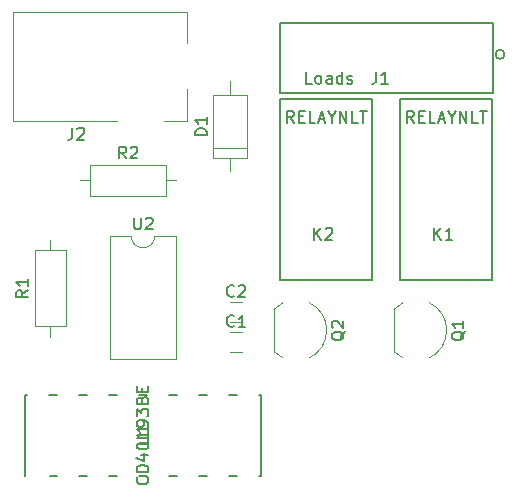
<source format=gto>
G04 #@! TF.GenerationSoftware,KiCad,Pcbnew,(5.0.0-rc2-dev-720-g9704891c8)*
G04 #@! TF.CreationDate,2018-06-11T17:06:42-04:00*
G04 #@! TF.ProjectId,HeadboardDriver,48656164626F6172644472697665722E,rev?*
G04 #@! TF.SameCoordinates,Original*
G04 #@! TF.FileFunction,Legend,Top*
G04 #@! TF.FilePolarity,Positive*
%FSLAX46Y46*%
G04 Gerber Fmt 4.6, Leading zero omitted, Abs format (unit mm)*
G04 Created by KiCad (PCBNEW (5.0.0-rc2-dev-720-g9704891c8)) date Mon Jun 11 17:06:42 2018*
%MOMM*%
%LPD*%
G01*
G04 APERTURE LIST*
%ADD10C,0.152400*%
%ADD11C,0.120000*%
%ADD12C,0.150000*%
G04 APERTURE END LIST*
D10*
X164655500Y-108839000D02*
X164655500Y-101981000D01*
X164655500Y-101981000D02*
X164479383Y-101981000D01*
X144716500Y-101981000D02*
X144716500Y-108839000D01*
X146776440Y-108839000D02*
X147432617Y-108839000D01*
X149239383Y-108839000D02*
X149972617Y-108839000D01*
X151779383Y-108839000D02*
X152512617Y-108839000D01*
X154319383Y-108839000D02*
X155052617Y-108839000D01*
X156859383Y-108839000D02*
X157592617Y-108839000D01*
X159399383Y-108839000D02*
X160132617Y-108839000D01*
X161939383Y-108839000D02*
X162672617Y-108839000D01*
X164479383Y-108839000D02*
X164655500Y-108839000D01*
X162672617Y-101981000D02*
X161939383Y-101981000D01*
X160132617Y-101981000D02*
X159399383Y-101981000D01*
X157592617Y-101981000D02*
X156859383Y-101981000D01*
X155052617Y-101981000D02*
X154319383Y-101981000D01*
X152512617Y-101981000D02*
X151779383Y-101981000D01*
X149972617Y-101981000D02*
X149239383Y-101981000D01*
X147432617Y-101981000D02*
X146699383Y-101981000D01*
X144892617Y-101981000D02*
X144716500Y-101981000D01*
X184277000Y-70485000D02*
X166243000Y-70485000D01*
X166243000Y-70485000D02*
X166243000Y-76454000D01*
X166243000Y-76454000D02*
X184277000Y-76454000D01*
X184277000Y-76454000D02*
X184277000Y-70485000D01*
X185293000Y-73152000D02*
G75*
G03X185293000Y-73152000I-381000J0D01*
G01*
D11*
X152480000Y-78768000D02*
X143680000Y-78768000D01*
X143680000Y-78768000D02*
X143680000Y-69568000D01*
X158380000Y-76068000D02*
X158380000Y-78768000D01*
X158380000Y-78768000D02*
X156480000Y-78768000D01*
X143680000Y-69568000D02*
X158380000Y-69568000D01*
X158380000Y-69568000D02*
X158380000Y-72168000D01*
X162060000Y-95846000D02*
X163060000Y-95846000D01*
X163060000Y-94146000D02*
X162060000Y-94146000D01*
X163060000Y-96686000D02*
X162060000Y-96686000D01*
X162060000Y-98386000D02*
X163060000Y-98386000D01*
X160642000Y-81908000D02*
X163462000Y-81908000D01*
X163462000Y-81908000D02*
X163462000Y-76588000D01*
X163462000Y-76588000D02*
X160642000Y-76588000D01*
X160642000Y-76588000D02*
X160642000Y-81908000D01*
X162052000Y-83048000D02*
X162052000Y-81908000D01*
X162052000Y-75448000D02*
X162052000Y-76588000D01*
X160642000Y-81068000D02*
X163462000Y-81068000D01*
X153686000Y-88526000D02*
X151916000Y-88526000D01*
X151916000Y-88526000D02*
X151916000Y-98926000D01*
X151916000Y-98926000D02*
X157456000Y-98926000D01*
X157456000Y-98926000D02*
X157456000Y-88526000D01*
X157456000Y-88526000D02*
X155686000Y-88526000D01*
X155686000Y-88526000D02*
G75*
G02X153686000Y-88526000I-1000000J0D01*
G01*
D10*
X174053500Y-92227400D02*
X174053500Y-76962000D01*
X166306500Y-92227400D02*
X174053500Y-92227400D01*
X166306500Y-76962000D02*
X166306500Y-92227400D01*
X174053500Y-76962000D02*
X166306500Y-76962000D01*
X184213500Y-76962000D02*
X176466500Y-76962000D01*
X176466500Y-76962000D02*
X176466500Y-92227400D01*
X176466500Y-92227400D02*
X184213500Y-92227400D01*
X184213500Y-92227400D02*
X184213500Y-76962000D01*
D11*
X157516000Y-83820000D02*
X156626000Y-83820000D01*
X149316000Y-83820000D02*
X150206000Y-83820000D01*
X156626000Y-82510000D02*
X150206000Y-82510000D01*
X156626000Y-85130000D02*
X156626000Y-82510000D01*
X150206000Y-85130000D02*
X156626000Y-85130000D01*
X150206000Y-82510000D02*
X150206000Y-85130000D01*
X145502000Y-96174000D02*
X148122000Y-96174000D01*
X148122000Y-96174000D02*
X148122000Y-89754000D01*
X148122000Y-89754000D02*
X145502000Y-89754000D01*
X145502000Y-89754000D02*
X145502000Y-96174000D01*
X146812000Y-97064000D02*
X146812000Y-96174000D01*
X146812000Y-88864000D02*
X146812000Y-89754000D01*
X166517205Y-98844184D02*
G75*
G02X165790000Y-98320000I1122795J2324184D01*
G01*
X168738807Y-98876400D02*
G75*
G03X170240000Y-96520000I-1098807J2356400D01*
G01*
X168738807Y-94163600D02*
G75*
G02X170240000Y-96520000I-1098807J-2356400D01*
G01*
X166517205Y-94195816D02*
G75*
G03X165790000Y-94720000I1122795J-2324184D01*
G01*
X165790000Y-94720000D02*
X165790000Y-98320000D01*
X175950000Y-94720000D02*
X175950000Y-98320000D01*
X176677205Y-94195816D02*
G75*
G03X175950000Y-94720000I1122795J-2324184D01*
G01*
X178898807Y-94163600D02*
G75*
G02X180400000Y-96520000I-1098807J-2356400D01*
G01*
X178898807Y-98876400D02*
G75*
G03X180400000Y-96520000I-1098807J2356400D01*
G01*
X176677205Y-98844184D02*
G75*
G02X175950000Y-98320000I1122795J2324184D01*
G01*
D12*
X154138380Y-106171904D02*
X154947904Y-106171904D01*
X155043142Y-106124285D01*
X155090761Y-106076666D01*
X155138380Y-105981428D01*
X155138380Y-105790952D01*
X155090761Y-105695714D01*
X155043142Y-105648095D01*
X154947904Y-105600476D01*
X154138380Y-105600476D01*
X155138380Y-104600476D02*
X155138380Y-105171904D01*
X155138380Y-104886190D02*
X154138380Y-104886190D01*
X154281238Y-104981428D01*
X154376476Y-105076666D01*
X154424095Y-105171904D01*
X155043142Y-108933809D02*
X155090761Y-108981428D01*
X155138380Y-109124285D01*
X155138380Y-109219523D01*
X155090761Y-109362380D01*
X154995523Y-109457619D01*
X154900285Y-109505238D01*
X154709809Y-109552857D01*
X154566952Y-109552857D01*
X154376476Y-109505238D01*
X154281238Y-109457619D01*
X154186000Y-109362380D01*
X154138380Y-109219523D01*
X154138380Y-109124285D01*
X154186000Y-108981428D01*
X154233619Y-108933809D01*
X155138380Y-108505238D02*
X154138380Y-108505238D01*
X154138380Y-108267142D01*
X154186000Y-108124285D01*
X154281238Y-108029047D01*
X154376476Y-107981428D01*
X154566952Y-107933809D01*
X154709809Y-107933809D01*
X154900285Y-107981428D01*
X154995523Y-108029047D01*
X155090761Y-108124285D01*
X155138380Y-108267142D01*
X155138380Y-108505238D01*
X154471714Y-107076666D02*
X155138380Y-107076666D01*
X154090761Y-107314761D02*
X154805047Y-107552857D01*
X154805047Y-106933809D01*
X154138380Y-106362380D02*
X154138380Y-106267142D01*
X154186000Y-106171904D01*
X154233619Y-106124285D01*
X154328857Y-106076666D01*
X154519333Y-106029047D01*
X154757428Y-106029047D01*
X154947904Y-106076666D01*
X155043142Y-106124285D01*
X155090761Y-106171904D01*
X155138380Y-106267142D01*
X155138380Y-106362380D01*
X155090761Y-106457619D01*
X155043142Y-106505238D01*
X154947904Y-106552857D01*
X154757428Y-106600476D01*
X154519333Y-106600476D01*
X154328857Y-106552857D01*
X154233619Y-106505238D01*
X154186000Y-106457619D01*
X154138380Y-106362380D01*
X155138380Y-105076666D02*
X155138380Y-105648095D01*
X155138380Y-105362380D02*
X154138380Y-105362380D01*
X154281238Y-105457619D01*
X154376476Y-105552857D01*
X154424095Y-105648095D01*
X155138380Y-104600476D02*
X155138380Y-104410000D01*
X155090761Y-104314761D01*
X155043142Y-104267142D01*
X154900285Y-104171904D01*
X154709809Y-104124285D01*
X154328857Y-104124285D01*
X154233619Y-104171904D01*
X154186000Y-104219523D01*
X154138380Y-104314761D01*
X154138380Y-104505238D01*
X154186000Y-104600476D01*
X154233619Y-104648095D01*
X154328857Y-104695714D01*
X154566952Y-104695714D01*
X154662190Y-104648095D01*
X154709809Y-104600476D01*
X154757428Y-104505238D01*
X154757428Y-104314761D01*
X154709809Y-104219523D01*
X154662190Y-104171904D01*
X154566952Y-104124285D01*
X154138380Y-103790952D02*
X154138380Y-103171904D01*
X154519333Y-103505238D01*
X154519333Y-103362380D01*
X154566952Y-103267142D01*
X154614571Y-103219523D01*
X154709809Y-103171904D01*
X154947904Y-103171904D01*
X155043142Y-103219523D01*
X155090761Y-103267142D01*
X155138380Y-103362380D01*
X155138380Y-103648095D01*
X155090761Y-103743333D01*
X155043142Y-103790952D01*
X154614571Y-102410000D02*
X154662190Y-102267142D01*
X154709809Y-102219523D01*
X154805047Y-102171904D01*
X154947904Y-102171904D01*
X155043142Y-102219523D01*
X155090761Y-102267142D01*
X155138380Y-102362380D01*
X155138380Y-102743333D01*
X154138380Y-102743333D01*
X154138380Y-102410000D01*
X154186000Y-102314761D01*
X154233619Y-102267142D01*
X154328857Y-102219523D01*
X154424095Y-102219523D01*
X154519333Y-102267142D01*
X154566952Y-102314761D01*
X154614571Y-102410000D01*
X154614571Y-102743333D01*
X154614571Y-101743333D02*
X154614571Y-101410000D01*
X155138380Y-101267142D02*
X155138380Y-101743333D01*
X154138380Y-101743333D01*
X154138380Y-101267142D01*
X174418666Y-74636380D02*
X174418666Y-75350666D01*
X174371047Y-75493523D01*
X174275809Y-75588761D01*
X174132952Y-75636380D01*
X174037714Y-75636380D01*
X175418666Y-75636380D02*
X174847238Y-75636380D01*
X175132952Y-75636380D02*
X175132952Y-74636380D01*
X175037714Y-74779238D01*
X174942476Y-74874476D01*
X174847238Y-74922095D01*
X168981619Y-75636380D02*
X168505428Y-75636380D01*
X168505428Y-74636380D01*
X169457809Y-75636380D02*
X169362571Y-75588761D01*
X169314952Y-75541142D01*
X169267333Y-75445904D01*
X169267333Y-75160190D01*
X169314952Y-75064952D01*
X169362571Y-75017333D01*
X169457809Y-74969714D01*
X169600666Y-74969714D01*
X169695904Y-75017333D01*
X169743523Y-75064952D01*
X169791142Y-75160190D01*
X169791142Y-75445904D01*
X169743523Y-75541142D01*
X169695904Y-75588761D01*
X169600666Y-75636380D01*
X169457809Y-75636380D01*
X170648285Y-75636380D02*
X170648285Y-75112571D01*
X170600666Y-75017333D01*
X170505428Y-74969714D01*
X170314952Y-74969714D01*
X170219714Y-75017333D01*
X170648285Y-75588761D02*
X170553047Y-75636380D01*
X170314952Y-75636380D01*
X170219714Y-75588761D01*
X170172095Y-75493523D01*
X170172095Y-75398285D01*
X170219714Y-75303047D01*
X170314952Y-75255428D01*
X170553047Y-75255428D01*
X170648285Y-75207809D01*
X171553047Y-75636380D02*
X171553047Y-74636380D01*
X171553047Y-75588761D02*
X171457809Y-75636380D01*
X171267333Y-75636380D01*
X171172095Y-75588761D01*
X171124476Y-75541142D01*
X171076857Y-75445904D01*
X171076857Y-75160190D01*
X171124476Y-75064952D01*
X171172095Y-75017333D01*
X171267333Y-74969714D01*
X171457809Y-74969714D01*
X171553047Y-75017333D01*
X171981619Y-75588761D02*
X172076857Y-75636380D01*
X172267333Y-75636380D01*
X172362571Y-75588761D01*
X172410190Y-75493523D01*
X172410190Y-75445904D01*
X172362571Y-75350666D01*
X172267333Y-75303047D01*
X172124476Y-75303047D01*
X172029238Y-75255428D01*
X171981619Y-75160190D01*
X171981619Y-75112571D01*
X172029238Y-75017333D01*
X172124476Y-74969714D01*
X172267333Y-74969714D01*
X172362571Y-75017333D01*
X148696666Y-79370380D02*
X148696666Y-80084666D01*
X148649047Y-80227523D01*
X148553809Y-80322761D01*
X148410952Y-80370380D01*
X148315714Y-80370380D01*
X149125238Y-79465619D02*
X149172857Y-79418000D01*
X149268095Y-79370380D01*
X149506190Y-79370380D01*
X149601428Y-79418000D01*
X149649047Y-79465619D01*
X149696666Y-79560857D01*
X149696666Y-79656095D01*
X149649047Y-79798952D01*
X149077619Y-80370380D01*
X149696666Y-80370380D01*
X162393333Y-93603142D02*
X162345714Y-93650761D01*
X162202857Y-93698380D01*
X162107619Y-93698380D01*
X161964761Y-93650761D01*
X161869523Y-93555523D01*
X161821904Y-93460285D01*
X161774285Y-93269809D01*
X161774285Y-93126952D01*
X161821904Y-92936476D01*
X161869523Y-92841238D01*
X161964761Y-92746000D01*
X162107619Y-92698380D01*
X162202857Y-92698380D01*
X162345714Y-92746000D01*
X162393333Y-92793619D01*
X162774285Y-92793619D02*
X162821904Y-92746000D01*
X162917142Y-92698380D01*
X163155238Y-92698380D01*
X163250476Y-92746000D01*
X163298095Y-92793619D01*
X163345714Y-92888857D01*
X163345714Y-92984095D01*
X163298095Y-93126952D01*
X162726666Y-93698380D01*
X163345714Y-93698380D01*
X162393333Y-96143142D02*
X162345714Y-96190761D01*
X162202857Y-96238380D01*
X162107619Y-96238380D01*
X161964761Y-96190761D01*
X161869523Y-96095523D01*
X161821904Y-96000285D01*
X161774285Y-95809809D01*
X161774285Y-95666952D01*
X161821904Y-95476476D01*
X161869523Y-95381238D01*
X161964761Y-95286000D01*
X162107619Y-95238380D01*
X162202857Y-95238380D01*
X162345714Y-95286000D01*
X162393333Y-95333619D01*
X163345714Y-96238380D02*
X162774285Y-96238380D01*
X163060000Y-96238380D02*
X163060000Y-95238380D01*
X162964761Y-95381238D01*
X162869523Y-95476476D01*
X162774285Y-95524095D01*
X160094380Y-79986095D02*
X159094380Y-79986095D01*
X159094380Y-79748000D01*
X159142000Y-79605142D01*
X159237238Y-79509904D01*
X159332476Y-79462285D01*
X159522952Y-79414666D01*
X159665809Y-79414666D01*
X159856285Y-79462285D01*
X159951523Y-79509904D01*
X160046761Y-79605142D01*
X160094380Y-79748000D01*
X160094380Y-79986095D01*
X160094380Y-78462285D02*
X160094380Y-79033714D01*
X160094380Y-78748000D02*
X159094380Y-78748000D01*
X159237238Y-78843238D01*
X159332476Y-78938476D01*
X159380095Y-79033714D01*
X153924095Y-86978380D02*
X153924095Y-87787904D01*
X153971714Y-87883142D01*
X154019333Y-87930761D01*
X154114571Y-87978380D01*
X154305047Y-87978380D01*
X154400285Y-87930761D01*
X154447904Y-87883142D01*
X154495523Y-87787904D01*
X154495523Y-86978380D01*
X154924095Y-87073619D02*
X154971714Y-87026000D01*
X155066952Y-86978380D01*
X155305047Y-86978380D01*
X155400285Y-87026000D01*
X155447904Y-87073619D01*
X155495523Y-87168857D01*
X155495523Y-87264095D01*
X155447904Y-87406952D01*
X154876476Y-87978380D01*
X155495523Y-87978380D01*
X169187904Y-88844380D02*
X169187904Y-87844380D01*
X169759333Y-88844380D02*
X169330761Y-88272952D01*
X169759333Y-87844380D02*
X169187904Y-88415809D01*
X170140285Y-87939619D02*
X170187904Y-87892000D01*
X170283142Y-87844380D01*
X170521238Y-87844380D01*
X170616476Y-87892000D01*
X170664095Y-87939619D01*
X170711714Y-88034857D01*
X170711714Y-88130095D01*
X170664095Y-88272952D01*
X170092666Y-88844380D01*
X170711714Y-88844380D01*
X167465714Y-78938380D02*
X167132380Y-78462190D01*
X166894285Y-78938380D02*
X166894285Y-77938380D01*
X167275238Y-77938380D01*
X167370476Y-77986000D01*
X167418095Y-78033619D01*
X167465714Y-78128857D01*
X167465714Y-78271714D01*
X167418095Y-78366952D01*
X167370476Y-78414571D01*
X167275238Y-78462190D01*
X166894285Y-78462190D01*
X167894285Y-78414571D02*
X168227619Y-78414571D01*
X168370476Y-78938380D02*
X167894285Y-78938380D01*
X167894285Y-77938380D01*
X168370476Y-77938380D01*
X169275238Y-78938380D02*
X168799047Y-78938380D01*
X168799047Y-77938380D01*
X169560952Y-78652666D02*
X170037142Y-78652666D01*
X169465714Y-78938380D02*
X169799047Y-77938380D01*
X170132380Y-78938380D01*
X170656190Y-78462190D02*
X170656190Y-78938380D01*
X170322857Y-77938380D02*
X170656190Y-78462190D01*
X170989523Y-77938380D01*
X171322857Y-78938380D02*
X171322857Y-77938380D01*
X171894285Y-78938380D01*
X171894285Y-77938380D01*
X172846666Y-78938380D02*
X172370476Y-78938380D01*
X172370476Y-77938380D01*
X173037142Y-77938380D02*
X173608571Y-77938380D01*
X173322857Y-78938380D02*
X173322857Y-77938380D01*
X179347904Y-88844380D02*
X179347904Y-87844380D01*
X179919333Y-88844380D02*
X179490761Y-88272952D01*
X179919333Y-87844380D02*
X179347904Y-88415809D01*
X180871714Y-88844380D02*
X180300285Y-88844380D01*
X180586000Y-88844380D02*
X180586000Y-87844380D01*
X180490761Y-87987238D01*
X180395523Y-88082476D01*
X180300285Y-88130095D01*
X177625714Y-78938380D02*
X177292380Y-78462190D01*
X177054285Y-78938380D02*
X177054285Y-77938380D01*
X177435238Y-77938380D01*
X177530476Y-77986000D01*
X177578095Y-78033619D01*
X177625714Y-78128857D01*
X177625714Y-78271714D01*
X177578095Y-78366952D01*
X177530476Y-78414571D01*
X177435238Y-78462190D01*
X177054285Y-78462190D01*
X178054285Y-78414571D02*
X178387619Y-78414571D01*
X178530476Y-78938380D02*
X178054285Y-78938380D01*
X178054285Y-77938380D01*
X178530476Y-77938380D01*
X179435238Y-78938380D02*
X178959047Y-78938380D01*
X178959047Y-77938380D01*
X179720952Y-78652666D02*
X180197142Y-78652666D01*
X179625714Y-78938380D02*
X179959047Y-77938380D01*
X180292380Y-78938380D01*
X180816190Y-78462190D02*
X180816190Y-78938380D01*
X180482857Y-77938380D02*
X180816190Y-78462190D01*
X181149523Y-77938380D01*
X181482857Y-78938380D02*
X181482857Y-77938380D01*
X182054285Y-78938380D01*
X182054285Y-77938380D01*
X183006666Y-78938380D02*
X182530476Y-78938380D01*
X182530476Y-77938380D01*
X183197142Y-77938380D02*
X183768571Y-77938380D01*
X183482857Y-78938380D02*
X183482857Y-77938380D01*
X153249333Y-81962380D02*
X152916000Y-81486190D01*
X152677904Y-81962380D02*
X152677904Y-80962380D01*
X153058857Y-80962380D01*
X153154095Y-81010000D01*
X153201714Y-81057619D01*
X153249333Y-81152857D01*
X153249333Y-81295714D01*
X153201714Y-81390952D01*
X153154095Y-81438571D01*
X153058857Y-81486190D01*
X152677904Y-81486190D01*
X153630285Y-81057619D02*
X153677904Y-81010000D01*
X153773142Y-80962380D01*
X154011238Y-80962380D01*
X154106476Y-81010000D01*
X154154095Y-81057619D01*
X154201714Y-81152857D01*
X154201714Y-81248095D01*
X154154095Y-81390952D01*
X153582666Y-81962380D01*
X154201714Y-81962380D01*
X144954380Y-93130666D02*
X144478190Y-93464000D01*
X144954380Y-93702095D02*
X143954380Y-93702095D01*
X143954380Y-93321142D01*
X144002000Y-93225904D01*
X144049619Y-93178285D01*
X144144857Y-93130666D01*
X144287714Y-93130666D01*
X144382952Y-93178285D01*
X144430571Y-93225904D01*
X144478190Y-93321142D01*
X144478190Y-93702095D01*
X144954380Y-92178285D02*
X144954380Y-92749714D01*
X144954380Y-92464000D02*
X143954380Y-92464000D01*
X144097238Y-92559238D01*
X144192476Y-92654476D01*
X144240095Y-92749714D01*
X171747619Y-96615238D02*
X171700000Y-96710476D01*
X171604761Y-96805714D01*
X171461904Y-96948571D01*
X171414285Y-97043809D01*
X171414285Y-97139047D01*
X171652380Y-97091428D02*
X171604761Y-97186666D01*
X171509523Y-97281904D01*
X171319047Y-97329523D01*
X170985714Y-97329523D01*
X170795238Y-97281904D01*
X170700000Y-97186666D01*
X170652380Y-97091428D01*
X170652380Y-96900952D01*
X170700000Y-96805714D01*
X170795238Y-96710476D01*
X170985714Y-96662857D01*
X171319047Y-96662857D01*
X171509523Y-96710476D01*
X171604761Y-96805714D01*
X171652380Y-96900952D01*
X171652380Y-97091428D01*
X170747619Y-96281904D02*
X170700000Y-96234285D01*
X170652380Y-96139047D01*
X170652380Y-95900952D01*
X170700000Y-95805714D01*
X170747619Y-95758095D01*
X170842857Y-95710476D01*
X170938095Y-95710476D01*
X171080952Y-95758095D01*
X171652380Y-96329523D01*
X171652380Y-95710476D01*
X181907619Y-96615238D02*
X181860000Y-96710476D01*
X181764761Y-96805714D01*
X181621904Y-96948571D01*
X181574285Y-97043809D01*
X181574285Y-97139047D01*
X181812380Y-97091428D02*
X181764761Y-97186666D01*
X181669523Y-97281904D01*
X181479047Y-97329523D01*
X181145714Y-97329523D01*
X180955238Y-97281904D01*
X180860000Y-97186666D01*
X180812380Y-97091428D01*
X180812380Y-96900952D01*
X180860000Y-96805714D01*
X180955238Y-96710476D01*
X181145714Y-96662857D01*
X181479047Y-96662857D01*
X181669523Y-96710476D01*
X181764761Y-96805714D01*
X181812380Y-96900952D01*
X181812380Y-97091428D01*
X181812380Y-95710476D02*
X181812380Y-96281904D01*
X181812380Y-95996190D02*
X180812380Y-95996190D01*
X180955238Y-96091428D01*
X181050476Y-96186666D01*
X181098095Y-96281904D01*
M02*

</source>
